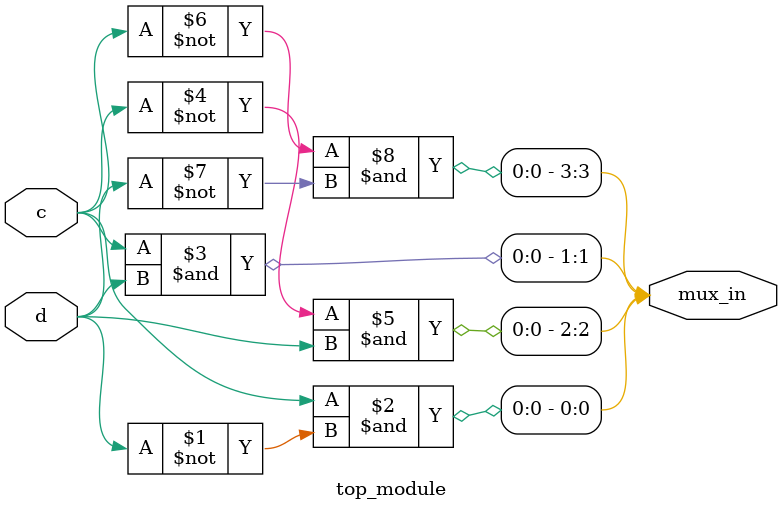
<source format=sv>
module top_module (
    input c,
    input d,
    output [3:0] mux_in
);

    // Implement the Karnaugh map using 2-to-1 multiplexers
    assign mux_in[0] = (c & ~d);
    assign mux_in[1] = (c & d);
    assign mux_in[2] = (~c & d);
    assign mux_in[3] = (~c & ~d);

endmodule

</source>
